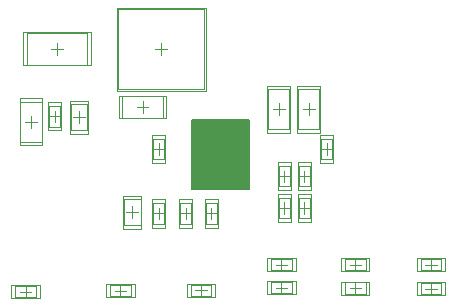
<source format=gbp>
G04 Layer_Color=128*
%FSLAX25Y25*%
%MOIN*%
G70*
G01*
G75*
%ADD21C,0.00500*%
%ADD22C,0.00394*%
%ADD23C,0.00300*%
%ADD24C,0.00600*%
G36*
X180193Y389067D02*
X199122D01*
Y411933D01*
X180193D01*
Y389067D01*
D02*
G37*
D21*
X187357Y403600D02*
G03*
X187357Y403600I750J0D01*
G01*
Y400500D02*
G03*
X187357Y400500I750J0D01*
G01*
Y397400D02*
G03*
X187357Y397400I750J0D01*
G01*
X190457Y403600D02*
G03*
X190457Y403600I750J0D01*
G01*
Y400500D02*
G03*
X190457Y400500I750J0D01*
G01*
Y397400D02*
G03*
X190457Y397400I750J0D01*
G01*
D22*
X170472Y419783D02*
X157087D01*
X170472Y412697D02*
X157087D01*
X170472D02*
Y419783D01*
X157087Y412697D02*
Y419783D01*
X145374Y430413D02*
Y440846D01*
X125098Y430413D02*
Y440846D01*
X145374D02*
X125098D01*
X145374Y430413D02*
X125098D01*
X212701Y408807D02*
Y422193D01*
X205614Y408807D02*
Y422193D01*
X212701Y408807D02*
X205614D01*
X212701Y422193D02*
X205614D01*
X222701Y408807D02*
Y422193D01*
X215614Y408807D02*
Y422193D01*
X222701Y408807D02*
X215614D01*
X222701Y422193D02*
X215614D01*
X130118Y404626D02*
Y418012D01*
X123031Y404626D02*
Y418012D01*
X130118Y404626D02*
X123031D01*
X130118Y418012D02*
X123031D01*
X145276Y408661D02*
Y417126D01*
X139764Y408661D02*
Y417126D01*
X145276Y408661D02*
X139764D01*
X145276Y417126D02*
X139764D01*
X163091Y376969D02*
Y385433D01*
X157579Y376969D02*
Y385433D01*
X163091Y376969D02*
X157579D01*
X163091Y385433D02*
X157579D01*
X226969Y398819D02*
Y405709D01*
X223228Y398819D02*
Y405709D01*
X226969Y398819D02*
X223228D01*
X226969Y405709D02*
X223228D01*
X212894Y389764D02*
Y396654D01*
X209154Y389764D02*
Y396654D01*
X212894Y389764D02*
X209154D01*
X212894Y396654D02*
X209154D01*
X219587Y389764D02*
Y396654D01*
X215846Y389764D02*
Y396654D01*
X219587Y389764D02*
X215846D01*
X219587Y396654D02*
X215846D01*
X167224Y398819D02*
Y405709D01*
X170965Y398819D02*
Y405709D01*
X167224D01*
X170965Y398819D02*
X167224D01*
X263386Y365551D02*
X256496D01*
X263386Y361811D02*
X256496D01*
X263386D02*
Y365551D01*
X256496Y361811D02*
Y365551D01*
X238091D02*
X231201D01*
X238091Y361811D02*
X231201D01*
X238091D02*
Y365551D01*
X231201Y361811D02*
Y365551D01*
X186713Y357087D02*
X179823D01*
X186713Y353346D02*
X179823D01*
X186713D02*
Y357087D01*
X179823Y353346D02*
Y357087D01*
X159843Y353150D02*
X152953D01*
X159843Y356890D02*
X152953D01*
Y353150D02*
Y356890D01*
X159843Y353150D02*
Y356890D01*
X212894Y379134D02*
Y386024D01*
X209154Y379134D02*
Y386024D01*
X212894Y379134D02*
X209154D01*
X212894Y386024D02*
X209154D01*
X219587Y379134D02*
Y386024D01*
X215846Y379134D02*
Y386024D01*
X219587Y379134D02*
X215846D01*
X219587Y386024D02*
X215846D01*
X188583Y377362D02*
Y384252D01*
X184843Y377362D02*
Y384252D01*
X188583Y377362D02*
X184843D01*
X188583Y384252D02*
X184843D01*
X180020Y377362D02*
Y384252D01*
X176279Y377362D02*
Y384252D01*
X180020Y377362D02*
X176279D01*
X180020Y384252D02*
X176279D01*
X167323Y377362D02*
Y384252D01*
X171063Y377362D02*
Y384252D01*
X167323D01*
X171063Y377362D02*
X167323D01*
X184350Y422146D02*
X155610D01*
X184350Y448917D02*
X155610D01*
Y422146D02*
Y448917D01*
X184350Y422146D02*
Y448917D01*
X136417Y409744D02*
Y416634D01*
X132677Y409744D02*
Y416634D01*
X136417Y409744D02*
X132677D01*
X136417Y416634D02*
X132677D01*
X128248Y356594D02*
X121358D01*
X128248Y352854D02*
X121358D01*
X128248D02*
Y356594D01*
X121358Y352854D02*
Y356594D01*
X213484Y354134D02*
X206594D01*
X213484Y357874D02*
X206594D01*
Y354134D02*
Y357874D01*
X213484Y354134D02*
Y357874D01*
X213484Y365551D02*
X206594D01*
X213484Y361811D02*
X206594D01*
X213484D02*
Y365551D01*
X206594Y361811D02*
Y365551D01*
X238090Y354035D02*
X231201D01*
X238090Y357776D02*
X231201D01*
Y354035D02*
Y357776D01*
X238090Y354035D02*
Y357776D01*
X263386Y353839D02*
X256496D01*
X263386Y357579D02*
X256496D01*
Y353839D02*
Y357579D01*
X263386Y353839D02*
Y357579D01*
X163779Y414272D02*
Y418209D01*
X165748Y416240D02*
X161811D01*
X171653Y419980D02*
X155905D01*
X171653Y412500D02*
X155905D01*
X171653D02*
Y419980D01*
X155905Y412500D02*
Y419980D01*
X146653Y430118D02*
Y441142D01*
X123819Y430118D02*
Y441142D01*
X146653D02*
X123819D01*
X146653Y430118D02*
X123819D01*
X137205Y435630D02*
X133268D01*
X135236Y433661D02*
Y437598D01*
X211126Y415500D02*
X207189D01*
X209157Y413531D02*
Y417469D01*
X212898Y407626D02*
Y423374D01*
X205417Y407626D02*
Y423374D01*
X212898Y407626D02*
X205417D01*
X212898Y423374D02*
X205417D01*
X221126Y415500D02*
X217189D01*
X219158Y413531D02*
Y417469D01*
X222898Y407626D02*
Y423374D01*
X215417Y407626D02*
Y423374D01*
X222898Y407626D02*
X215417D01*
X222898Y423374D02*
X215417D01*
X128543Y411319D02*
X124606D01*
X126575Y409350D02*
Y413287D01*
X130315Y403445D02*
Y419193D01*
X122835Y403445D02*
Y419193D01*
X130315Y403445D02*
X122835D01*
X130315Y419193D02*
X122835D01*
X144488Y412894D02*
X140551D01*
X142520Y410925D02*
Y414862D01*
X145472Y407382D02*
Y418405D01*
X139567Y407382D02*
Y418405D01*
X145472Y407382D02*
X139567D01*
X145472Y418405D02*
X139567D01*
X162303Y381201D02*
X158366D01*
X160335Y379232D02*
Y383169D01*
X163287Y375689D02*
Y386713D01*
X157382Y375689D02*
Y386713D01*
X163287Y375689D02*
X157382D01*
X163287Y386713D02*
X157382D01*
X226969Y402264D02*
X223228D01*
X225098Y400394D02*
Y404134D01*
X227264Y397539D02*
Y406988D01*
X222933Y397539D02*
Y406988D01*
X227264Y397539D02*
X222933D01*
X227264Y406988D02*
X222933D01*
X212894Y393209D02*
X209154D01*
X211024Y391339D02*
Y395079D01*
X213189Y388484D02*
Y397933D01*
X208858Y388484D02*
Y397933D01*
X213189Y388484D02*
X208858D01*
X213189Y397933D02*
X208858D01*
X219587Y393209D02*
X215846D01*
X217717Y391339D02*
Y395079D01*
X219882Y388484D02*
Y397933D01*
X215551Y388484D02*
Y397933D01*
X219882Y388484D02*
X215551D01*
X219882Y397933D02*
X215551D01*
X170965Y402264D02*
X167224D01*
X169095Y400394D02*
Y404134D01*
X166929Y397539D02*
Y406988D01*
X171260Y397539D02*
Y406988D01*
X166929D01*
X171260Y397539D02*
X166929D01*
X259941Y361811D02*
Y365551D01*
X261811Y363681D02*
X258071D01*
X264665Y365846D02*
X255217D01*
X264665Y361516D02*
X255217D01*
X264665D02*
Y365846D01*
X255217Y361516D02*
Y365846D01*
X234646Y361811D02*
Y365551D01*
X236516Y363681D02*
X232776D01*
X239370Y365846D02*
X229921D01*
X239370Y361516D02*
X229921D01*
X239370D02*
Y365846D01*
X229921Y361516D02*
Y365846D01*
X183268Y353346D02*
Y357087D01*
X185138Y355217D02*
X181398D01*
X187992Y357382D02*
X178543D01*
X187992Y353051D02*
X178543D01*
X187992D02*
Y357382D01*
X178543Y353051D02*
Y357382D01*
X156398Y353150D02*
Y356890D01*
X158268Y355020D02*
X154528D01*
X161122Y352854D02*
X151673D01*
X161122Y357185D02*
X151673D01*
Y352854D02*
Y357185D01*
X161122Y352854D02*
Y357185D01*
X212894Y382579D02*
X209154D01*
X211024Y380709D02*
Y384449D01*
X213189Y377854D02*
Y387303D01*
X208858Y377854D02*
Y387303D01*
X213189Y377854D02*
X208858D01*
X213189Y387303D02*
X208858D01*
X219587Y382579D02*
X215846D01*
X217717Y380709D02*
Y384449D01*
X219882Y377854D02*
Y387303D01*
X215551Y377854D02*
Y387303D01*
X219882Y377854D02*
X215551D01*
X219882Y387303D02*
X215551D01*
X188583Y380807D02*
X184843D01*
X186713Y378937D02*
Y382677D01*
X188878Y376083D02*
Y385531D01*
X184547Y376083D02*
Y385531D01*
X188878Y376083D02*
X184547D01*
X188878Y385531D02*
X184547D01*
X180020Y380807D02*
X176279D01*
X178150Y378937D02*
Y382677D01*
X180315Y376083D02*
Y385531D01*
X175984Y376083D02*
Y385531D01*
X180315Y376083D02*
X175984D01*
X180315Y385531D02*
X175984D01*
X171063Y380807D02*
X167323D01*
X169193Y378937D02*
Y382677D01*
X167028Y376083D02*
Y385531D01*
X171358Y376083D02*
Y385531D01*
X167028D01*
X171358Y376083D02*
X167028D01*
X169980Y433563D02*
Y437500D01*
X171949Y435532D02*
X168012D01*
X184843Y421654D02*
X155118D01*
X184843Y449409D02*
X155118D01*
Y421654D02*
Y449409D01*
X184843Y421654D02*
Y449409D01*
X136417Y413189D02*
X132677D01*
X134547Y411319D02*
Y415059D01*
X136713Y408465D02*
Y417913D01*
X132382Y408465D02*
Y417913D01*
X136713Y408465D02*
X132382D01*
X136713Y417913D02*
X132382D01*
X124803Y352854D02*
Y356594D01*
X126673Y354724D02*
X122933D01*
X129528Y356890D02*
X120079D01*
X129528Y352559D02*
X120079D01*
X129528D02*
Y356890D01*
X120079Y352559D02*
Y356890D01*
X210039Y354134D02*
Y357874D01*
X211909Y356004D02*
X208169D01*
X214764Y353839D02*
X205315D01*
X214764Y358169D02*
X205315D01*
Y353839D02*
Y358169D01*
X214764Y353839D02*
Y358169D01*
X210039Y361811D02*
Y365551D01*
X211910Y363681D02*
X208169D01*
X214764Y365846D02*
X205315D01*
X214764Y361516D02*
X205315D01*
X214764D02*
Y365846D01*
X205315Y361516D02*
Y365846D01*
X234646Y354035D02*
Y357776D01*
X236516Y355906D02*
X232776D01*
X239370Y353740D02*
X229921D01*
X239370Y358071D02*
X229921D01*
Y353740D02*
Y358071D01*
X239370Y353740D02*
Y358071D01*
X259941Y353839D02*
Y357579D01*
X261811Y355709D02*
X258071D01*
X264665Y353543D02*
X255217D01*
X264665Y357874D02*
X255217D01*
Y353543D02*
Y357874D01*
X264665Y353543D02*
Y357874D01*
D23*
X192610Y411752D02*
X189278Y408420D01*
X192610D02*
X189278Y411752D01*
X192610Y410086D02*
X189278D01*
X190944Y408420D02*
Y411752D01*
D24*
X199122Y389067D02*
X180193D01*
Y411933D01*
X199122D02*
X180193D01*
X199122Y389067D02*
Y411933D01*
M02*

</source>
